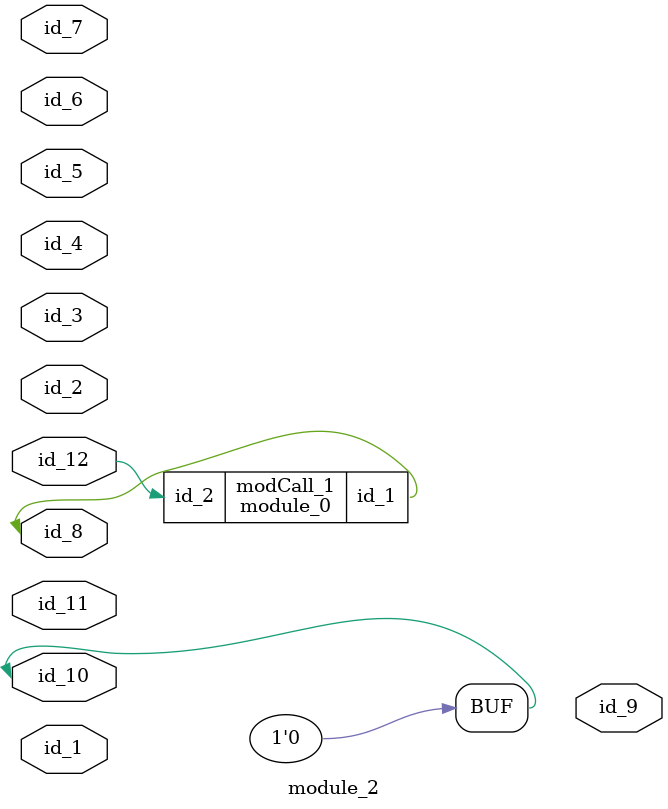
<source format=v>
module module_0 (
    id_1,
    id_2
);
  input wire id_2;
  output wire id_1;
  parameter id_3 = -1;
endmodule
module module_1;
  wire id_1;
  module_0 modCall_1 (
      id_1,
      id_1
  );
endmodule
module module_2 (
    id_1,
    id_2,
    id_3,
    id_4,
    id_5,
    id_6,
    id_7,
    id_8,
    id_9,
    id_10,
    id_11,
    id_12
);
  inout wire id_12;
  inout wire id_11;
  inout wire id_10;
  output wire id_9;
  inout wire id_8;
  inout wire id_7;
  inout wire id_6;
  inout wire id_5;
  inout wire id_4;
  inout wire id_3;
  input wire id_2;
  inout wire id_1;
  wire id_13;
  parameter id_14 = 1;
  parameter id_15 = id_14;
  assign {id_10 && -1, id_10} = -1'b0;
  module_0 modCall_1 (
      id_8,
      id_12
  );
endmodule

</source>
